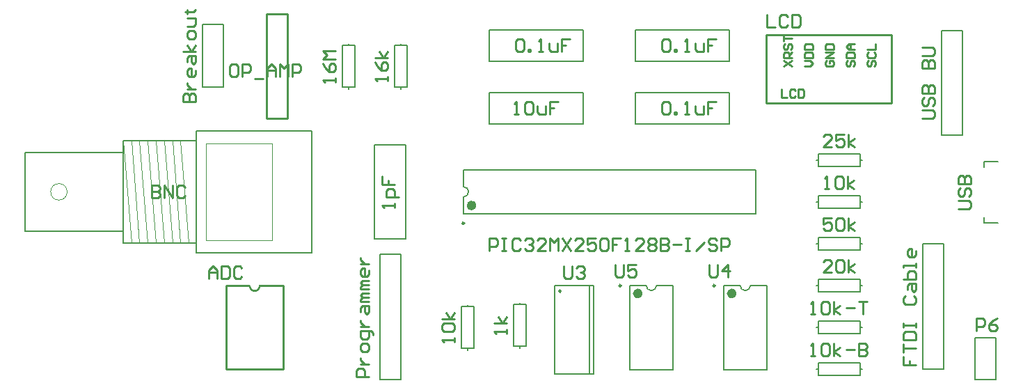
<source format=gto>
G04 Layer_Color=65535*
%FSLAX24Y24*%
%MOIN*%
G70*
G01*
G75*
%ADD12C,0.0100*%
%ADD30C,0.0098*%
%ADD31C,0.0079*%
%ADD32C,0.0236*%
%ADD33C,0.0010*%
%ADD34C,0.0010*%
D12*
X4750Y5500D02*
G03*
X5250Y5500I250J0D01*
G01*
X3625Y1500D02*
Y5500D01*
Y1500D02*
X6375D01*
Y5500D01*
X5250D02*
X6375D01*
X3625D02*
X4750D01*
X5570Y18500D02*
X6570D01*
Y13500D02*
Y18500D01*
X5570Y13500D02*
X6570D01*
X5570D02*
Y18500D01*
X29500Y17500D02*
X35500D01*
Y14250D02*
Y17500D01*
X29500Y14250D02*
Y17500D01*
Y14250D02*
X35500D01*
X2785Y5845D02*
Y6245D01*
X2985Y6445D01*
X3185Y6245D01*
Y5845D01*
Y6145D01*
X2785D01*
X3385Y6445D02*
Y5845D01*
X3685D01*
X3785Y5945D01*
Y6345D01*
X3685Y6445D01*
X3385D01*
X4384Y6345D02*
X4285Y6445D01*
X4085D01*
X3985Y6345D01*
Y5945D01*
X4085Y5845D01*
X4285D01*
X4384Y5945D01*
X10460Y1150D02*
X9860D01*
Y1450D01*
X9960Y1550D01*
X10160D01*
X10260Y1450D01*
Y1150D01*
X10060Y1750D02*
X10460D01*
X10260D01*
X10160Y1850D01*
X10060Y1950D01*
Y2050D01*
X10460Y2450D02*
Y2650D01*
X10360Y2749D01*
X10160D01*
X10060Y2650D01*
Y2450D01*
X10160Y2350D01*
X10360D01*
X10460Y2450D01*
X10660Y3149D02*
Y3249D01*
X10560Y3349D01*
X10060D01*
Y3049D01*
X10160Y2949D01*
X10360D01*
X10460Y3049D01*
Y3349D01*
X10060Y3549D02*
X10460D01*
X10260D01*
X10160Y3649D01*
X10060Y3749D01*
Y3849D01*
Y4249D02*
Y4449D01*
X10160Y4549D01*
X10460D01*
Y4249D01*
X10360Y4149D01*
X10260Y4249D01*
Y4549D01*
X10460Y4749D02*
X10060D01*
Y4849D01*
X10160Y4949D01*
X10460D01*
X10160D01*
X10060Y5049D01*
X10160Y5149D01*
X10460D01*
Y5349D02*
X10060D01*
Y5449D01*
X10160Y5549D01*
X10460D01*
X10160D01*
X10060Y5649D01*
X10160Y5749D01*
X10460D01*
Y6248D02*
Y6048D01*
X10360Y5948D01*
X10160D01*
X10060Y6048D01*
Y6248D01*
X10160Y6348D01*
X10260D01*
Y5948D01*
X10060Y6548D02*
X10460D01*
X10260D01*
X10160Y6648D01*
X10060Y6748D01*
Y6848D01*
X30250Y14900D02*
Y14500D01*
X30517D01*
X30916Y14833D02*
X30850Y14900D01*
X30717D01*
X30650Y14833D01*
Y14567D01*
X30717Y14500D01*
X30850D01*
X30916Y14567D01*
X31050Y14900D02*
Y14500D01*
X31250D01*
X31316Y14567D01*
Y14833D01*
X31250Y14900D01*
X31050D01*
X34417Y16267D02*
X34350Y16200D01*
Y16067D01*
X34417Y16000D01*
X34483D01*
X34550Y16067D01*
Y16200D01*
X34617Y16267D01*
X34683D01*
X34750Y16200D01*
Y16067D01*
X34683Y16000D01*
X34417Y16666D02*
X34350Y16600D01*
Y16467D01*
X34417Y16400D01*
X34683D01*
X34750Y16467D01*
Y16600D01*
X34683Y16666D01*
X34350Y16800D02*
X34750D01*
Y17066D01*
X33417Y16267D02*
X33350Y16200D01*
Y16067D01*
X33417Y16000D01*
X33483D01*
X33550Y16067D01*
Y16200D01*
X33617Y16267D01*
X33683D01*
X33750Y16200D01*
Y16067D01*
X33683Y16000D01*
X33350Y16400D02*
X33750D01*
Y16600D01*
X33683Y16666D01*
X33417D01*
X33350Y16600D01*
Y16400D01*
X33750Y16800D02*
X33483D01*
X33350Y16933D01*
X33483Y17066D01*
X33750D01*
X33550D01*
Y16800D01*
X32417Y16267D02*
X32350Y16200D01*
Y16067D01*
X32417Y16000D01*
X32683D01*
X32750Y16067D01*
Y16200D01*
X32683Y16267D01*
X32550D01*
Y16133D01*
X32750Y16400D02*
X32350D01*
X32750Y16666D01*
X32350D01*
Y16800D02*
X32750D01*
Y17000D01*
X32683Y17066D01*
X32417D01*
X32350Y17000D01*
Y16800D01*
X31350Y16000D02*
X31617D01*
X31750Y16133D01*
X31617Y16267D01*
X31350D01*
Y16400D02*
X31750D01*
Y16600D01*
X31683Y16666D01*
X31417D01*
X31350Y16600D01*
Y16400D01*
Y16800D02*
X31750D01*
Y17000D01*
X31683Y17066D01*
X31417D01*
X31350Y17000D01*
Y16800D01*
X30350Y16000D02*
X30750Y16267D01*
X30350D02*
X30750Y16000D01*
Y16400D02*
X30350D01*
Y16600D01*
X30417Y16666D01*
X30550D01*
X30617Y16600D01*
Y16400D01*
Y16533D02*
X30750Y16666D01*
X30417Y17066D02*
X30350Y17000D01*
Y16866D01*
X30417Y16800D01*
X30483D01*
X30550Y16866D01*
Y17000D01*
X30617Y17066D01*
X30683D01*
X30750Y17000D01*
Y16866D01*
X30683Y16800D01*
X30350Y17200D02*
Y17466D01*
Y17333D01*
X30750D01*
X36960Y13500D02*
X37460D01*
X37560Y13600D01*
Y13800D01*
X37460Y13900D01*
X36960D01*
X37060Y14500D02*
X36960Y14400D01*
Y14200D01*
X37060Y14100D01*
X37160D01*
X37260Y14200D01*
Y14400D01*
X37360Y14500D01*
X37460D01*
X37560Y14400D01*
Y14200D01*
X37460Y14100D01*
X36960Y14700D02*
X37560D01*
Y15000D01*
X37460Y15099D01*
X37360D01*
X37260Y15000D01*
Y14700D01*
Y15000D01*
X37160Y15099D01*
X37060D01*
X36960Y15000D01*
Y14700D01*
Y15899D02*
X37560D01*
Y16199D01*
X37460Y16299D01*
X37360D01*
X37260Y16199D01*
Y15899D01*
Y16199D01*
X37160Y16299D01*
X37060D01*
X36960Y16199D01*
Y15899D01*
Y16499D02*
X37460D01*
X37560Y16599D01*
Y16799D01*
X37460Y16899D01*
X36960D01*
X4089Y16109D02*
X3889D01*
X3789Y16009D01*
Y15609D01*
X3889Y15509D01*
X4089D01*
X4189Y15609D01*
Y16009D01*
X4089Y16109D01*
X4389Y15509D02*
Y16109D01*
X4689D01*
X4789Y16009D01*
Y15809D01*
X4689Y15709D01*
X4389D01*
X4989Y15409D02*
X5389D01*
X5589Y15509D02*
Y15909D01*
X5788Y16109D01*
X5988Y15909D01*
Y15509D01*
Y15809D01*
X5589D01*
X6188Y15509D02*
Y16109D01*
X6388Y15909D01*
X6588Y16109D01*
Y15509D01*
X6788D02*
Y16109D01*
X7088D01*
X7188Y16009D01*
Y15809D01*
X7088Y15709D01*
X6788D01*
X29550Y18470D02*
Y17870D01*
X29950D01*
X30550Y18370D02*
X30450Y18470D01*
X30250D01*
X30150Y18370D01*
Y17970D01*
X30250Y17870D01*
X30450D01*
X30550Y17970D01*
X30750Y18470D02*
Y17870D01*
X31050D01*
X31149Y17970D01*
Y18370D01*
X31050Y18470D01*
X30750D01*
X19800Y6450D02*
Y5950D01*
X19900Y5850D01*
X20100D01*
X20200Y5950D01*
Y6450D01*
X20400Y6350D02*
X20500Y6450D01*
X20700D01*
X20800Y6350D01*
Y6250D01*
X20700Y6150D01*
X20600D01*
X20700D01*
X20800Y6050D01*
Y5950D01*
X20700Y5850D01*
X20500D01*
X20400Y5950D01*
X17060Y3200D02*
Y3400D01*
Y3300D01*
X16460D01*
X16560Y3200D01*
X17060Y3700D02*
X16460D01*
X16860D02*
X16660Y4000D01*
X16860Y3700D02*
X17060Y4000D01*
X14560Y2800D02*
Y3000D01*
Y2900D01*
X13960D01*
X14060Y2800D01*
Y3300D02*
X13960Y3400D01*
Y3600D01*
X14060Y3700D01*
X14460D01*
X14560Y3600D01*
Y3400D01*
X14460Y3300D01*
X14060D01*
X14560Y3900D02*
X13960D01*
X14360D02*
X14160Y4200D01*
X14360Y3900D02*
X14560Y4200D01*
X36060Y2100D02*
Y1700D01*
X36360D01*
Y1900D01*
Y1700D01*
X36660D01*
X36060Y2300D02*
Y2700D01*
Y2500D01*
X36660D01*
X36060Y2900D02*
X36660D01*
Y3200D01*
X36560Y3299D01*
X36160D01*
X36060Y3200D01*
Y2900D01*
Y3499D02*
Y3699D01*
Y3599D01*
X36660D01*
Y3499D01*
Y3699D01*
X36160Y4999D02*
X36060Y4899D01*
Y4699D01*
X36160Y4599D01*
X36560D01*
X36660Y4699D01*
Y4899D01*
X36560Y4999D01*
X36260Y5299D02*
Y5499D01*
X36360Y5599D01*
X36660D01*
Y5299D01*
X36560Y5199D01*
X36460Y5299D01*
Y5599D01*
X36060Y5799D02*
X36660D01*
Y6099D01*
X36560Y6199D01*
X36460D01*
X36360D01*
X36260Y6099D01*
Y5799D01*
X36660Y6398D02*
Y6598D01*
Y6498D01*
X36060D01*
Y6398D01*
X36660Y7198D02*
Y6998D01*
X36560Y6898D01*
X36360D01*
X36260Y6998D01*
Y7198D01*
X36360Y7298D01*
X36460D01*
Y6898D01*
X24500Y17200D02*
X24600Y17300D01*
X24800D01*
X24900Y17200D01*
Y16800D01*
X24800Y16700D01*
X24600D01*
X24500Y16800D01*
Y17200D01*
X25100Y16700D02*
Y16800D01*
X25200D01*
Y16700D01*
X25100D01*
X25600D02*
X25800D01*
X25700D01*
Y17300D01*
X25600Y17200D01*
X26099Y17100D02*
Y16800D01*
X26199Y16700D01*
X26499D01*
Y17100D01*
X27099Y17300D02*
X26699D01*
Y17000D01*
X26899D01*
X26699D01*
Y16700D01*
X24500Y14200D02*
X24600Y14300D01*
X24800D01*
X24900Y14200D01*
Y13800D01*
X24800Y13700D01*
X24600D01*
X24500Y13800D01*
Y14200D01*
X25100Y13700D02*
Y13800D01*
X25200D01*
Y13700D01*
X25100D01*
X25600D02*
X25800D01*
X25700D01*
Y14300D01*
X25600Y14200D01*
X26099Y14100D02*
Y13800D01*
X26199Y13700D01*
X26499D01*
Y14100D01*
X27099Y14300D02*
X26699D01*
Y14000D01*
X26899D01*
X26699D01*
Y13700D01*
X17500Y17200D02*
X17600Y17300D01*
X17800D01*
X17900Y17200D01*
Y16800D01*
X17800Y16700D01*
X17600D01*
X17500Y16800D01*
Y17200D01*
X18100Y16700D02*
Y16800D01*
X18200D01*
Y16700D01*
X18100D01*
X18600D02*
X18800D01*
X18700D01*
Y17300D01*
X18600Y17200D01*
X19099Y17100D02*
Y16800D01*
X19199Y16700D01*
X19499D01*
Y17100D01*
X20099Y17300D02*
X19699D01*
Y17000D01*
X19899D01*
X19699D01*
Y16700D01*
X11700Y9250D02*
Y9450D01*
Y9350D01*
X11100D01*
X11200Y9250D01*
X11900Y9750D02*
X11300D01*
Y10050D01*
X11400Y10150D01*
X11600D01*
X11700Y10050D01*
Y9750D01*
X11100Y10750D02*
Y10350D01*
X11400D01*
Y10550D01*
Y10350D01*
X11700D01*
X17450Y13700D02*
X17650D01*
X17550D01*
Y14300D01*
X17450Y14200D01*
X17950D02*
X18050Y14300D01*
X18250D01*
X18350Y14200D01*
Y13800D01*
X18250Y13700D01*
X18050D01*
X17950Y13800D01*
Y14200D01*
X18550Y14100D02*
Y13800D01*
X18650Y13700D01*
X18950D01*
Y14100D01*
X19549Y14300D02*
X19149D01*
Y14000D01*
X19349D01*
X19149D01*
Y13700D01*
X38715Y9188D02*
X39214D01*
X39314Y9288D01*
Y9488D01*
X39214Y9588D01*
X38715D01*
X38814Y10188D02*
X38715Y10088D01*
Y9888D01*
X38814Y9788D01*
X38914D01*
X39014Y9888D01*
Y10088D01*
X39114Y10188D01*
X39214D01*
X39314Y10088D01*
Y9888D01*
X39214Y9788D01*
X38715Y10388D02*
X39314D01*
Y10688D01*
X39214Y10788D01*
X39114D01*
X39014Y10688D01*
Y10388D01*
Y10688D01*
X38914Y10788D01*
X38814D01*
X38715Y10688D01*
Y10388D01*
X80Y10300D02*
Y9700D01*
X380D01*
X480Y9800D01*
Y9900D01*
X380Y10000D01*
X80D01*
X380D01*
X480Y10100D01*
Y10200D01*
X380Y10300D01*
X80D01*
X680Y9700D02*
Y10300D01*
X1080Y9700D01*
Y10300D01*
X1679Y10200D02*
X1580Y10300D01*
X1380D01*
X1280Y10200D01*
Y9800D01*
X1380Y9700D01*
X1580D01*
X1679Y9800D01*
X11360Y15300D02*
Y15500D01*
Y15400D01*
X10760D01*
X10860Y15300D01*
X10760Y16200D02*
X10860Y16000D01*
X11060Y15800D01*
X11260D01*
X11360Y15900D01*
Y16100D01*
X11260Y16200D01*
X11160D01*
X11060Y16100D01*
Y15800D01*
X11360Y16400D02*
X10760D01*
X11160D02*
X10960Y16700D01*
X11160Y16400D02*
X11360Y16700D01*
X8860Y15250D02*
Y15450D01*
Y15350D01*
X8260D01*
X8360Y15250D01*
X8260Y16150D02*
X8360Y15950D01*
X8560Y15750D01*
X8760D01*
X8860Y15850D01*
Y16050D01*
X8760Y16150D01*
X8660D01*
X8560Y16050D01*
Y15750D01*
X8860Y16350D02*
X8260D01*
X8460Y16550D01*
X8260Y16750D01*
X8860D01*
X16250Y7180D02*
Y7780D01*
X16550D01*
X16650Y7680D01*
Y7480D01*
X16550Y7380D01*
X16250D01*
X16850Y7780D02*
X17050D01*
X16950D01*
Y7180D01*
X16850D01*
X17050D01*
X17750Y7680D02*
X17650Y7780D01*
X17450D01*
X17350Y7680D01*
Y7280D01*
X17450Y7180D01*
X17650D01*
X17750Y7280D01*
X17949Y7680D02*
X18049Y7780D01*
X18249D01*
X18349Y7680D01*
Y7580D01*
X18249Y7480D01*
X18149D01*
X18249D01*
X18349Y7380D01*
Y7280D01*
X18249Y7180D01*
X18049D01*
X17949Y7280D01*
X18949Y7180D02*
X18549D01*
X18949Y7580D01*
Y7680D01*
X18849Y7780D01*
X18649D01*
X18549Y7680D01*
X19149Y7180D02*
Y7780D01*
X19349Y7580D01*
X19549Y7780D01*
Y7180D01*
X19749Y7780D02*
X20149Y7180D01*
Y7780D02*
X19749Y7180D01*
X20749D02*
X20349D01*
X20749Y7580D01*
Y7680D01*
X20649Y7780D01*
X20449D01*
X20349Y7680D01*
X21348Y7780D02*
X20948D01*
Y7480D01*
X21148Y7580D01*
X21248D01*
X21348Y7480D01*
Y7280D01*
X21248Y7180D01*
X21048D01*
X20948Y7280D01*
X21548Y7680D02*
X21648Y7780D01*
X21848D01*
X21948Y7680D01*
Y7280D01*
X21848Y7180D01*
X21648D01*
X21548Y7280D01*
Y7680D01*
X22548Y7780D02*
X22148D01*
Y7480D01*
X22348D01*
X22148D01*
Y7180D01*
X22748D02*
X22948D01*
X22848D01*
Y7780D01*
X22748Y7680D01*
X23648Y7180D02*
X23248D01*
X23648Y7580D01*
Y7680D01*
X23548Y7780D01*
X23348D01*
X23248Y7680D01*
X23848D02*
X23948Y7780D01*
X24147D01*
X24247Y7680D01*
Y7580D01*
X24147Y7480D01*
X24247Y7380D01*
Y7280D01*
X24147Y7180D01*
X23948D01*
X23848Y7280D01*
Y7380D01*
X23948Y7480D01*
X23848Y7580D01*
Y7680D01*
X23948Y7480D02*
X24147D01*
X24447Y7780D02*
Y7180D01*
X24747D01*
X24847Y7280D01*
Y7380D01*
X24747Y7480D01*
X24447D01*
X24747D01*
X24847Y7580D01*
Y7680D01*
X24747Y7780D01*
X24447D01*
X25047Y7480D02*
X25447D01*
X25647Y7780D02*
X25847D01*
X25747D01*
Y7180D01*
X25647D01*
X25847D01*
X26147D02*
X26547Y7580D01*
X27146Y7680D02*
X27047Y7780D01*
X26847D01*
X26747Y7680D01*
Y7580D01*
X26847Y7480D01*
X27047D01*
X27146Y7380D01*
Y7280D01*
X27047Y7180D01*
X26847D01*
X26747Y7280D01*
X27346Y7180D02*
Y7780D01*
X27646D01*
X27746Y7680D01*
Y7480D01*
X27646Y7380D01*
X27346D01*
X1560Y14300D02*
X2160D01*
Y14600D01*
X2060Y14700D01*
X1960D01*
X1860Y14600D01*
Y14300D01*
Y14600D01*
X1760Y14700D01*
X1660D01*
X1560Y14600D01*
Y14300D01*
X1760Y14900D02*
X2160D01*
X1960D01*
X1860Y15000D01*
X1760Y15100D01*
Y15200D01*
X2160Y15800D02*
Y15600D01*
X2060Y15500D01*
X1860D01*
X1760Y15600D01*
Y15800D01*
X1860Y15899D01*
X1960D01*
Y15500D01*
X1760Y16199D02*
Y16399D01*
X1860Y16499D01*
X2160D01*
Y16199D01*
X2060Y16099D01*
X1960Y16199D01*
Y16499D01*
X2160Y16699D02*
X1560D01*
X1960D02*
X1760Y16999D01*
X1960Y16699D02*
X2160Y16999D01*
Y17399D02*
Y17599D01*
X2060Y17699D01*
X1860D01*
X1760Y17599D01*
Y17399D01*
X1860Y17299D01*
X2060D01*
X2160Y17399D01*
X1760Y17899D02*
X2060D01*
X2160Y17999D01*
Y18299D01*
X1760D01*
X1660Y18599D02*
X1760D01*
Y18499D01*
Y18699D01*
Y18599D01*
X2060D01*
X2160Y18699D01*
X39560Y3340D02*
Y3940D01*
X39860D01*
X39960Y3840D01*
Y3640D01*
X39860Y3540D01*
X39560D01*
X40560Y3940D02*
X40360Y3840D01*
X40160Y3640D01*
Y3440D01*
X40260Y3340D01*
X40460D01*
X40560Y3440D01*
Y3540D01*
X40460Y3640D01*
X40160D01*
X32650Y8740D02*
X32250D01*
Y8440D01*
X32450Y8540D01*
X32550D01*
X32650Y8440D01*
Y8240D01*
X32550Y8140D01*
X32350D01*
X32250Y8240D01*
X32850Y8640D02*
X32950Y8740D01*
X33150D01*
X33250Y8640D01*
Y8240D01*
X33150Y8140D01*
X32950D01*
X32850Y8240D01*
Y8640D01*
X33450Y8140D02*
Y8740D01*
Y8340D02*
X33750Y8540D01*
X33450Y8340D02*
X33750Y8140D01*
X32650Y6140D02*
X32250D01*
X32650Y6540D01*
Y6640D01*
X32550Y6740D01*
X32350D01*
X32250Y6640D01*
X32850D02*
X32950Y6740D01*
X33150D01*
X33250Y6640D01*
Y6240D01*
X33150Y6140D01*
X32950D01*
X32850Y6240D01*
Y6640D01*
X33450Y6140D02*
Y6740D01*
Y6340D02*
X33750Y6540D01*
X33450Y6340D02*
X33750Y6140D01*
X32300Y10140D02*
X32500D01*
X32400D01*
Y10740D01*
X32300Y10640D01*
X32800D02*
X32900Y10740D01*
X33100D01*
X33200Y10640D01*
Y10240D01*
X33100Y10140D01*
X32900D01*
X32800Y10240D01*
Y10640D01*
X33400Y10140D02*
Y10740D01*
Y10340D02*
X33700Y10540D01*
X33400Y10340D02*
X33700Y10140D01*
X32650Y12140D02*
X32250D01*
X32650Y12540D01*
Y12640D01*
X32550Y12740D01*
X32350D01*
X32250Y12640D01*
X33250Y12740D02*
X32850D01*
Y12440D01*
X33050Y12540D01*
X33150D01*
X33250Y12440D01*
Y12240D01*
X33150Y12140D01*
X32950D01*
X32850Y12240D01*
X33450Y12140D02*
Y12740D01*
Y12340D02*
X33750Y12540D01*
X33450Y12340D02*
X33750Y12140D01*
X31650Y4140D02*
X31850D01*
X31750D01*
Y4740D01*
X31650Y4640D01*
X32150D02*
X32250Y4740D01*
X32450D01*
X32550Y4640D01*
Y4240D01*
X32450Y4140D01*
X32250D01*
X32150Y4240D01*
Y4640D01*
X32750Y4140D02*
Y4740D01*
Y4340D02*
X33050Y4540D01*
X32750Y4340D02*
X33050Y4140D01*
X33349Y4440D02*
X33749D01*
X33949Y4740D02*
X34349D01*
X34149D01*
Y4140D01*
X31650Y2140D02*
X31850D01*
X31750D01*
Y2740D01*
X31650Y2640D01*
X32150D02*
X32250Y2740D01*
X32450D01*
X32550Y2640D01*
Y2240D01*
X32450Y2140D01*
X32250D01*
X32150Y2240D01*
Y2640D01*
X32750Y2140D02*
Y2740D01*
Y2340D02*
X33050Y2540D01*
X32750Y2340D02*
X33050Y2140D01*
X33349Y2440D02*
X33749D01*
X33949Y2740D02*
Y2140D01*
X34249D01*
X34349Y2240D01*
Y2340D01*
X34249Y2440D01*
X33949D01*
X34249D01*
X34349Y2540D01*
Y2640D01*
X34249Y2740D01*
X33949D01*
X26765Y6515D02*
Y6015D01*
X26865Y5915D01*
X27065D01*
X27165Y6015D01*
Y6515D01*
X27665Y5915D02*
Y6515D01*
X27365Y6215D01*
X27765D01*
X22260Y6510D02*
Y6010D01*
X22360Y5910D01*
X22560D01*
X22660Y6010D01*
Y6510D01*
X23260D02*
X22860D01*
Y6210D01*
X23060Y6310D01*
X23160D01*
X23260Y6210D01*
Y6010D01*
X23160Y5910D01*
X22960D01*
X22860Y6010D01*
D30*
X19677Y5250D02*
G03*
X19677Y5250I-49J0D01*
G01*
X15037Y8500D02*
G03*
X15037Y8500I-49J0D01*
G01*
X22549Y5512D02*
G03*
X22549Y5512I-49J0D01*
G01*
X27049D02*
G03*
X27049Y5512I-49J0D01*
G01*
D31*
X14992Y9750D02*
G03*
X14992Y10250I0J250D01*
G01*
X23750Y5528D02*
G03*
X24250Y5528I250J0D01*
G01*
X28250D02*
G03*
X28750Y5528I250J0D01*
G01*
X11000Y1000D02*
X12000D01*
X11000Y7000D02*
X12000D01*
Y1000D02*
Y7000D01*
X11000Y1000D02*
Y7000D01*
X37900Y12700D02*
X38900D01*
X37900D02*
Y17700D01*
X38900Y12700D02*
Y17700D01*
X37900D02*
X38900D01*
X17700Y2600D02*
X18000D01*
Y4600D01*
X17400D02*
X18000D01*
X17400Y2600D02*
Y4600D01*
Y2600D02*
X17700D01*
Y4600D02*
Y4690D01*
Y2510D02*
Y2600D01*
X15200Y2500D02*
X15500D01*
Y4500D01*
X14900D02*
X15500D01*
X14900Y2500D02*
Y4500D01*
Y2500D02*
X15200D01*
Y4500D02*
Y4590D01*
Y2410D02*
Y2500D01*
X21025Y1294D02*
Y5506D01*
X21222Y1294D02*
Y5506D01*
X19372Y1294D02*
Y5506D01*
X21222D01*
X19372Y1294D02*
X21222D01*
X14992Y8957D02*
X29008D01*
X14992Y11043D02*
X29008D01*
X14992Y8957D02*
Y9750D01*
Y10250D02*
Y11043D01*
X29008Y8957D02*
Y11043D01*
X-1307Y8110D02*
Y11890D01*
X2197Y7539D02*
Y12461D01*
Y12913D02*
X7748D01*
X2197Y12461D02*
Y12913D01*
X-1307Y12461D02*
X2197D01*
X-1307Y11890D02*
Y12461D01*
X-5992Y11890D02*
X-1307D01*
X-5992Y8110D02*
Y11890D01*
Y8110D02*
X-1307D01*
Y7539D02*
Y8110D01*
Y7539D02*
X2197D01*
Y7087D02*
Y7539D01*
Y7087D02*
X7748D01*
Y12913D01*
X39935Y8532D02*
X40612D01*
X39935D02*
Y8787D01*
Y11189D02*
Y11445D01*
X40612D01*
X37000Y7500D02*
X38000D01*
X37000Y1500D02*
X38000D01*
X37000D02*
Y7500D01*
X38000Y1500D02*
Y7500D01*
X20750Y16250D02*
Y17750D01*
X16250Y16250D02*
X20750D01*
X16250D02*
Y17750D01*
X20750D01*
X12000Y17000D02*
Y17090D01*
Y14910D02*
Y15000D01*
Y17000D02*
X12300D01*
Y15000D02*
Y17000D01*
X11700Y15000D02*
X12300D01*
X11700D02*
Y17000D01*
X12000D01*
X9500Y14910D02*
Y15000D01*
Y17000D02*
Y17090D01*
X9200Y15000D02*
X9500D01*
X9200D02*
Y17000D01*
X9800D01*
Y15000D02*
Y17000D01*
X9500Y15000D02*
X9800D01*
X23250Y16250D02*
Y17750D01*
X27750D01*
Y16250D02*
Y17750D01*
X23250Y16250D02*
X27750D01*
X10750Y7750D02*
Y12250D01*
Y7750D02*
X12250D01*
Y12250D01*
X10750D02*
X12250D01*
X16250Y13250D02*
X20750D01*
Y14750D01*
X16250D02*
X20750D01*
X16250Y13250D02*
Y14750D01*
X23250Y13250D02*
Y14750D01*
X27750D01*
Y13250D02*
Y14750D01*
X23250Y13250D02*
X27750D01*
X2500Y15000D02*
X3500D01*
X2500D02*
Y18000D01*
X3500D01*
Y15000D02*
Y18000D01*
X22957Y1472D02*
X25043D01*
X24250Y5528D02*
X25043D01*
X22957D02*
X23750D01*
X25043Y1472D02*
Y5528D01*
X22957Y1472D02*
Y5528D01*
X40500Y1000D02*
Y3000D01*
X39500D02*
X40500D01*
X39500Y1000D02*
Y3000D01*
Y1000D02*
X40500D01*
X27457Y1472D02*
X29543D01*
X28750Y5528D02*
X29543D01*
X27457D02*
X28250D01*
X29543Y1472D02*
Y5528D01*
X27457Y1472D02*
Y5528D01*
X31910Y11500D02*
X32000D01*
X34000D02*
X34090D01*
X32000D02*
Y11800D01*
X34000D01*
Y11200D02*
Y11800D01*
X32000Y11200D02*
X34000D01*
X32000D02*
Y11500D01*
X31910Y9500D02*
X32000D01*
X34000D02*
X34090D01*
X32000D02*
Y9800D01*
X34000D01*
Y9200D02*
Y9800D01*
X32000Y9200D02*
X34000D01*
X32000D02*
Y9500D01*
X31910Y7500D02*
X32000D01*
X34000D02*
X34090D01*
X32000D02*
Y7800D01*
X34000D01*
Y7200D02*
Y7800D01*
X32000Y7200D02*
X34000D01*
X32000D02*
Y7500D01*
X31910Y5500D02*
X32000D01*
X34000D02*
X34090D01*
X32000D02*
Y5800D01*
X34000D01*
Y5200D02*
Y5800D01*
X32000Y5200D02*
X34000D01*
X32000D02*
Y5500D01*
X31910Y3500D02*
X32000D01*
X34000D02*
X34090D01*
X32000D02*
Y3800D01*
X34000D01*
Y3200D02*
Y3800D01*
X32000Y3200D02*
X34000D01*
X32000D02*
Y3500D01*
X31910Y1500D02*
X32000D01*
X34000D02*
X34090D01*
X32000D02*
Y1800D01*
X34000D01*
Y1200D02*
Y1800D01*
X32000Y1200D02*
X34000D01*
X32000D02*
Y1500D01*
D32*
X15504Y9350D02*
G03*
X15504Y9350I-118J0D01*
G01*
X23468Y5134D02*
G03*
X23468Y5134I-118J0D01*
G01*
X27968D02*
G03*
X27968Y5134I-118J0D01*
G01*
D33*
X-3984Y10000D02*
G03*
X-3984Y10000I-394J0D01*
G01*
X2669Y7677D02*
Y12323D01*
X1449Y12461D02*
X1843Y7539D01*
X1055Y12461D02*
X1449Y7539D01*
X661Y12461D02*
X1055Y7539D01*
X268Y12461D02*
X661Y7539D01*
X-126Y12461D02*
X268Y7539D01*
X-520Y12461D02*
X-126Y7539D01*
X-913Y12461D02*
X-520Y7539D01*
X-1307Y12461D02*
X-913Y7539D01*
D34*
X-5992Y8110D02*
Y11890D01*
Y8110D02*
X-1307D01*
Y11890D01*
X-5992D02*
X-1307D01*
Y12461D01*
X2197D01*
Y7539D02*
Y12461D01*
X-1307Y7539D02*
X2197D01*
X-1307D02*
Y8110D01*
X2197Y12461D02*
Y12913D01*
X7748D01*
Y7087D02*
Y12913D01*
X2197Y7087D02*
X7748D01*
X2197D02*
Y7539D01*
X2669Y7677D02*
X5819D01*
Y12323D01*
X2669D02*
X5819D01*
M02*

</source>
